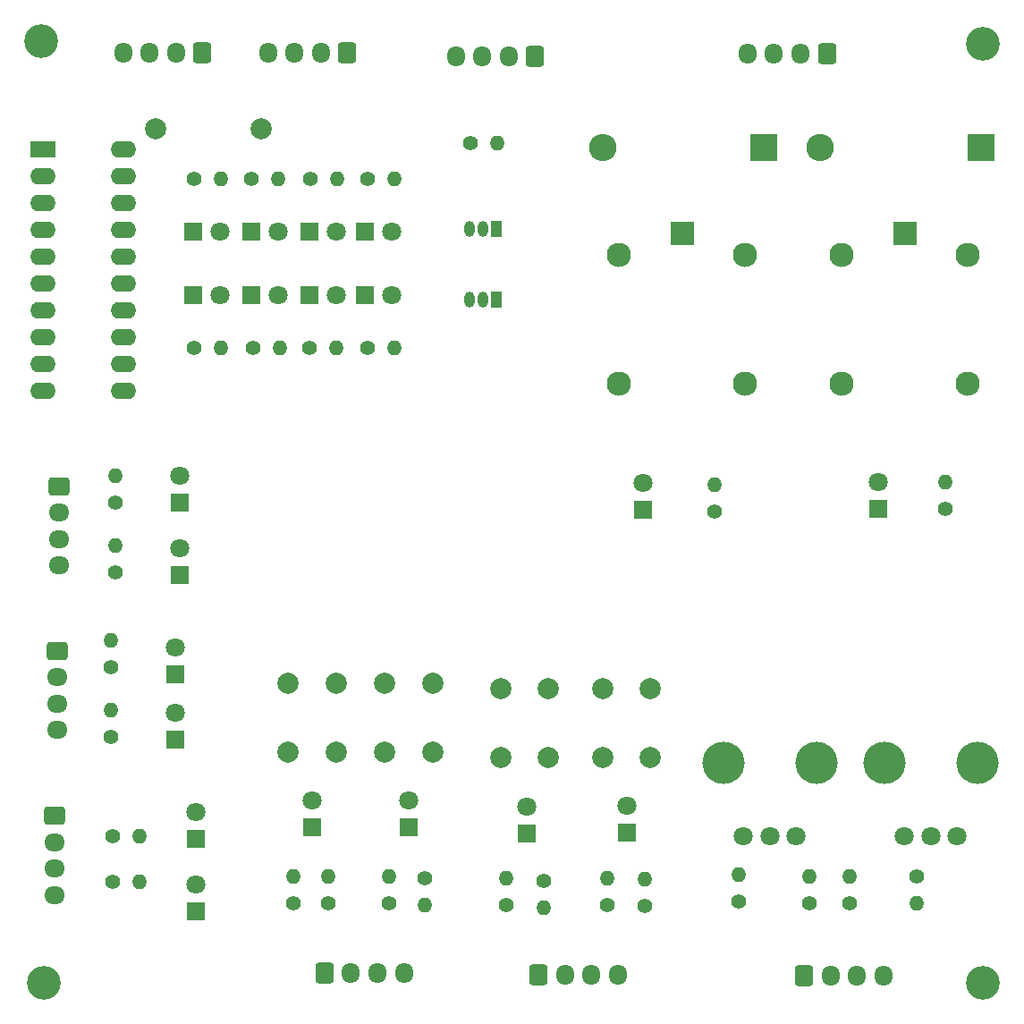
<source format=gbr>
%TF.GenerationSoftware,KiCad,Pcbnew,6.0.7-f9a2dced07~116~ubuntu20.04.1*%
%TF.CreationDate,2022-11-24T17:15:51+00:00*%
%TF.ProjectId,testing_board,74657374-696e-4675-9f62-6f6172642e6b,rev?*%
%TF.SameCoordinates,Original*%
%TF.FileFunction,Soldermask,Bot*%
%TF.FilePolarity,Negative*%
%FSLAX46Y46*%
G04 Gerber Fmt 4.6, Leading zero omitted, Abs format (unit mm)*
G04 Created by KiCad (PCBNEW 6.0.7-f9a2dced07~116~ubuntu20.04.1) date 2022-11-24 17:15:51*
%MOMM*%
%LPD*%
G01*
G04 APERTURE LIST*
G04 Aperture macros list*
%AMRoundRect*
0 Rectangle with rounded corners*
0 $1 Rounding radius*
0 $2 $3 $4 $5 $6 $7 $8 $9 X,Y pos of 4 corners*
0 Add a 4 corners polygon primitive as box body*
4,1,4,$2,$3,$4,$5,$6,$7,$8,$9,$2,$3,0*
0 Add four circle primitives for the rounded corners*
1,1,$1+$1,$2,$3*
1,1,$1+$1,$4,$5*
1,1,$1+$1,$6,$7*
1,1,$1+$1,$8,$9*
0 Add four rect primitives between the rounded corners*
20,1,$1+$1,$2,$3,$4,$5,0*
20,1,$1+$1,$4,$5,$6,$7,0*
20,1,$1+$1,$6,$7,$8,$9,0*
20,1,$1+$1,$8,$9,$2,$3,0*%
G04 Aperture macros list end*
%ADD10R,1.800000X1.800000*%
%ADD11C,1.800000*%
%ADD12RoundRect,0.250000X-0.600000X-0.725000X0.600000X-0.725000X0.600000X0.725000X-0.600000X0.725000X0*%
%ADD13O,1.700000X1.950000*%
%ADD14RoundRect,0.250000X-0.725000X0.600000X-0.725000X-0.600000X0.725000X-0.600000X0.725000X0.600000X0*%
%ADD15O,1.950000X1.700000*%
%ADD16C,1.400000*%
%ADD17O,1.400000X1.400000*%
%ADD18C,4.000000*%
%ADD19C,2.000000*%
%ADD20R,1.000000X1.500000*%
%ADD21O,1.000000X1.500000*%
%ADD22RoundRect,0.250000X0.600000X0.725000X-0.600000X0.725000X-0.600000X-0.725000X0.600000X-0.725000X0*%
%ADD23R,2.300000X2.300000*%
%ADD24C,2.300000*%
%ADD25R,2.400000X1.600000*%
%ADD26O,2.400000X1.600000*%
%ADD27R,2.600000X2.600000*%
%ADD28O,2.600000X2.600000*%
%ADD29C,3.200000*%
G04 APERTURE END LIST*
D10*
%TO.C,D1*%
X97099000Y-100076000D03*
D11*
X97099000Y-97536000D03*
%TD*%
D10*
%TO.C,D3*%
X76478000Y-99568000D03*
D11*
X76478000Y-97028000D03*
%TD*%
D10*
%TO.C,D4*%
X54346000Y-85103000D03*
D11*
X54346000Y-82563000D03*
%TD*%
D10*
%TO.C,D5*%
X54346000Y-91254000D03*
D11*
X54346000Y-88714000D03*
%TD*%
D10*
%TO.C,D6*%
X54737000Y-68834000D03*
D11*
X54737000Y-66294000D03*
%TD*%
D10*
%TO.C,D7*%
X54737000Y-75692000D03*
D11*
X54737000Y-73152000D03*
%TD*%
D10*
%TO.C,D8*%
X67334000Y-99568000D03*
D11*
X67334000Y-97028000D03*
%TD*%
D10*
%TO.C,D9*%
X72300000Y-43200000D03*
D11*
X74840000Y-43200000D03*
%TD*%
D10*
%TO.C,D10*%
X67025000Y-43200000D03*
D11*
X69565000Y-43200000D03*
%TD*%
D10*
%TO.C,D11*%
X61525000Y-43200000D03*
D11*
X64065000Y-43200000D03*
%TD*%
D10*
%TO.C,D12*%
X56050000Y-43200000D03*
D11*
X58590000Y-43200000D03*
%TD*%
D10*
%TO.C,D13*%
X56250000Y-100642000D03*
D11*
X56250000Y-98102000D03*
%TD*%
D10*
%TO.C,D14*%
X56250000Y-107525000D03*
D11*
X56250000Y-104985000D03*
%TD*%
D10*
%TO.C,D15*%
X72275000Y-49200000D03*
D11*
X74815000Y-49200000D03*
%TD*%
D10*
%TO.C,D16*%
X67025000Y-49200000D03*
D11*
X69565000Y-49200000D03*
%TD*%
D10*
%TO.C,D17*%
X61525000Y-49200000D03*
D11*
X64065000Y-49200000D03*
%TD*%
D10*
%TO.C,D18*%
X56025000Y-49200000D03*
D11*
X58565000Y-49200000D03*
%TD*%
D12*
%TO.C,J1*%
X88717000Y-113538000D03*
D13*
X91217000Y-113538000D03*
X93717000Y-113538000D03*
X96217000Y-113538000D03*
%TD*%
D12*
%TO.C,J2*%
X68477000Y-113411000D03*
D13*
X70977000Y-113411000D03*
X73477000Y-113411000D03*
X75977000Y-113411000D03*
%TD*%
D14*
%TO.C,J3*%
X43170000Y-82872000D03*
D15*
X43170000Y-85372000D03*
X43170000Y-87872000D03*
X43170000Y-90372000D03*
%TD*%
D14*
%TO.C,J4*%
X43307000Y-67310000D03*
D15*
X43307000Y-69810000D03*
X43307000Y-72310000D03*
X43307000Y-74810000D03*
%TD*%
D12*
%TO.C,J5*%
X113869999Y-113657999D03*
D13*
X116369999Y-113657999D03*
X118869999Y-113657999D03*
X121369999Y-113657999D03*
%TD*%
D16*
%TO.C,R1*%
X98750000Y-107061000D03*
D17*
X98750000Y-104521000D03*
%TD*%
D16*
%TO.C,R2*%
X89225000Y-104648000D03*
D17*
X89225000Y-107188000D03*
%TD*%
D16*
%TO.C,R3*%
X78002000Y-104394000D03*
D17*
X78002000Y-106934000D03*
%TD*%
D16*
%TO.C,R4*%
X48250000Y-84396000D03*
D17*
X48250000Y-81856000D03*
%TD*%
D16*
%TO.C,R5*%
X48250000Y-91000000D03*
D17*
X48250000Y-88460000D03*
%TD*%
D16*
%TO.C,R6*%
X48641000Y-68834000D03*
D17*
X48641000Y-66294000D03*
%TD*%
D16*
%TO.C,R7*%
X48641000Y-75438000D03*
D17*
X48641000Y-72898000D03*
%TD*%
D16*
%TO.C,R8*%
X95194000Y-106934000D03*
D17*
X95194000Y-104394000D03*
%TD*%
D16*
%TO.C,R9*%
X74573000Y-106807000D03*
D17*
X74573000Y-104267000D03*
%TD*%
D16*
%TO.C,R10*%
X65556000Y-106807000D03*
D17*
X65556000Y-104267000D03*
%TD*%
D16*
%TO.C,R11*%
X68858000Y-106807000D03*
D17*
X68858000Y-104267000D03*
%TD*%
D16*
%TO.C,R12*%
X85669000Y-106934000D03*
D17*
X85669000Y-104394000D03*
%TD*%
D16*
%TO.C,R13*%
X72530000Y-38200000D03*
D17*
X75070000Y-38200000D03*
%TD*%
D16*
%TO.C,R14*%
X67130000Y-38200000D03*
D17*
X69670000Y-38200000D03*
%TD*%
D16*
%TO.C,R15*%
X61530000Y-38200000D03*
D17*
X64070000Y-38200000D03*
%TD*%
D16*
%TO.C,R16*%
X56130000Y-38200000D03*
D17*
X58670000Y-38200000D03*
%TD*%
D16*
%TO.C,R17*%
X118187999Y-106799999D03*
D17*
X118187999Y-104259999D03*
%TD*%
D16*
%TO.C,R18*%
X82249000Y-34775000D03*
D17*
X84789000Y-34775000D03*
%TD*%
D16*
%TO.C,R19*%
X114377999Y-106799999D03*
D17*
X114377999Y-104259999D03*
%TD*%
D16*
%TO.C,R20*%
X105356000Y-69654000D03*
D17*
X105356000Y-67114000D03*
%TD*%
D16*
%TO.C,R21*%
X48376000Y-104706000D03*
D17*
X50916000Y-104706000D03*
%TD*%
D16*
%TO.C,R22*%
X72580000Y-54200000D03*
D17*
X75120000Y-54200000D03*
%TD*%
D16*
%TO.C,R23*%
X67080000Y-54200000D03*
D17*
X69620000Y-54200000D03*
%TD*%
D16*
%TO.C,R24*%
X61730000Y-54200000D03*
D17*
X64270000Y-54200000D03*
%TD*%
D16*
%TO.C,R25*%
X56130000Y-54200000D03*
D17*
X58670000Y-54200000D03*
%TD*%
D18*
%TO.C,RV1*%
X121447999Y-93449999D03*
X130247999Y-93449999D03*
D11*
X128347999Y-100449999D03*
X125847999Y-100449999D03*
X123347999Y-100449999D03*
%TD*%
D18*
%TO.C,RV2*%
X106207999Y-93449999D03*
X115007999Y-93449999D03*
D11*
X113107999Y-100449999D03*
X110607999Y-100449999D03*
X108107999Y-100449999D03*
%TD*%
D19*
%TO.C,SW1*%
X94813000Y-92964000D03*
X94813000Y-86464000D03*
X99313000Y-86464000D03*
X99313000Y-92964000D03*
%TD*%
%TO.C,SW2*%
X85161000Y-86464000D03*
X85161000Y-92964000D03*
X89661000Y-92964000D03*
X89661000Y-86464000D03*
%TD*%
%TO.C,SW3*%
X74192000Y-85956000D03*
X74192000Y-92456000D03*
X78692000Y-92456000D03*
X78692000Y-85956000D03*
%TD*%
%TO.C,SW4*%
X65048000Y-92456000D03*
X65048000Y-85956000D03*
X69548000Y-92456000D03*
X69548000Y-85956000D03*
%TD*%
D20*
%TO.C,U1*%
X84739000Y-42900000D03*
D21*
X83469000Y-42900000D03*
X82199000Y-42900000D03*
%TD*%
D20*
%TO.C,U2*%
X84739000Y-49650000D03*
D21*
X83469000Y-49650000D03*
X82199000Y-49650000D03*
%TD*%
D22*
%TO.C,J16*%
X88400000Y-26600000D03*
D13*
X85900000Y-26600000D03*
X83400000Y-26600000D03*
X80900000Y-26600000D03*
%TD*%
D16*
%TO.C,R26*%
X107720000Y-106610000D03*
D17*
X107720000Y-104070000D03*
%TD*%
D10*
%TO.C,D2*%
X87574000Y-100203000D03*
D11*
X87574000Y-97663000D03*
%TD*%
D10*
%TO.C,D21*%
X120850000Y-69400000D03*
D11*
X120850000Y-66860000D03*
%TD*%
D10*
%TO.C,D22*%
X98625000Y-69527000D03*
D11*
X98625000Y-66987000D03*
%TD*%
D22*
%TO.C,J7*%
X56896000Y-26289000D03*
D13*
X54396000Y-26289000D03*
X51896000Y-26289000D03*
X49396000Y-26289000D03*
%TD*%
D22*
%TO.C,J8*%
X70612000Y-26289000D03*
D13*
X68112000Y-26289000D03*
X65612000Y-26289000D03*
X63112000Y-26289000D03*
%TD*%
D22*
%TO.C,J9*%
X116024000Y-26347000D03*
D13*
X113524000Y-26347000D03*
X111024000Y-26347000D03*
X108524000Y-26347000D03*
%TD*%
D16*
%TO.C,R27*%
X48376000Y-100388000D03*
D17*
X50916000Y-100388000D03*
%TD*%
D16*
%TO.C,R28*%
X127200000Y-69400000D03*
D17*
X127200000Y-66860000D03*
%TD*%
D23*
%TO.C,RLY1*%
X123390000Y-43365000D03*
D24*
X117390000Y-45365000D03*
X117390000Y-57565000D03*
X129390000Y-57565000D03*
X129390000Y-45365000D03*
%TD*%
D23*
%TO.C,RLY2*%
X102308000Y-43365000D03*
D24*
X96308000Y-45365000D03*
X96308000Y-57565000D03*
X108308000Y-57565000D03*
X108308000Y-45365000D03*
%TD*%
D25*
%TO.C,U3*%
X41800000Y-35400000D03*
D26*
X41800000Y-37940000D03*
X41800000Y-40480000D03*
X41800000Y-43020000D03*
X41800000Y-45560000D03*
X41800000Y-48100000D03*
X41800000Y-50640000D03*
X41800000Y-53180000D03*
X41800000Y-55720000D03*
X41800000Y-58260000D03*
X49420000Y-58260000D03*
X49420000Y-55720000D03*
X49420000Y-53180000D03*
X49420000Y-50640000D03*
X49420000Y-48100000D03*
X49420000Y-45560000D03*
X49420000Y-43020000D03*
X49420000Y-40480000D03*
X49420000Y-37940000D03*
X49420000Y-35400000D03*
%TD*%
D14*
%TO.C,J6*%
X42915000Y-98483000D03*
D15*
X42915000Y-100983000D03*
X42915000Y-103483000D03*
X42915000Y-105983000D03*
%TD*%
D27*
%TO.C,D19*%
X130629000Y-35237000D03*
D28*
X115389000Y-35237000D03*
%TD*%
D27*
%TO.C,D20*%
X110055000Y-35237000D03*
D28*
X94815000Y-35237000D03*
%TD*%
D16*
%TO.C,R29*%
X124500000Y-104280000D03*
D17*
X124500000Y-106820000D03*
%TD*%
D19*
%TO.C,C1*%
X62500000Y-33500000D03*
X52500000Y-33500000D03*
%TD*%
D29*
%TO.C,H2*%
X130810000Y-25400000D03*
%TD*%
%TO.C,H3*%
X41910000Y-114300000D03*
%TD*%
%TO.C,H4*%
X130810000Y-114300000D03*
%TD*%
%TO.C,H1*%
X41656000Y-25146000D03*
%TD*%
M02*

</source>
